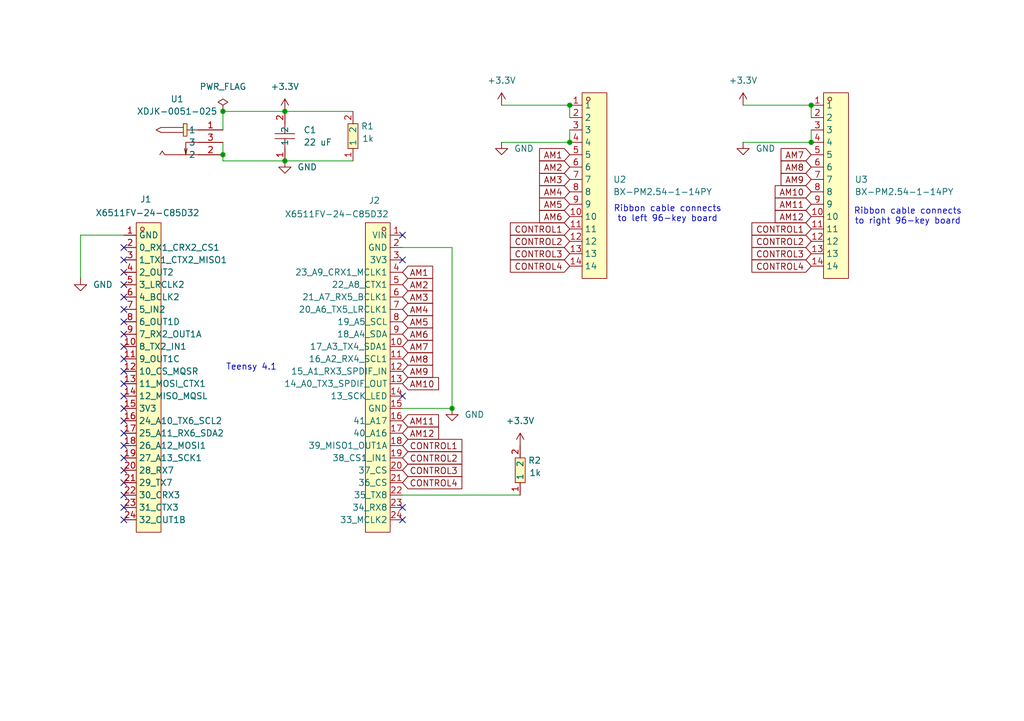
<source format=kicad_sch>
(kicad_sch (version 20250114) (generator "eeschema") (generator_version "9.0")
  (paper "A5")
  (title_block (title "https://github.com/DumpsterDoofus/keyboard_accordion") (rev "0.2.0"))
  (lib_symbols
    (symbol "X6511FV-24-C85D32_1"
      (property "Reference" "J1" (at -1.778 36.576 0))
      (property "Value" "X6511FV-24-C85D32" (at -10.922 33.782 0))
      (symbol "X6511FV-24-C85D32_1_0_1"
        (rectangle (start -2.54 31.75) (end 2.54 -31.75) (fill (type background)))
        (circle (center -1.27 30.48) (radius 0.38))
      )
      (symbol "X6511FV-24-C85D32_1_1_1"
        (pin power_in line (at -5.08 29.21 0) (length 2.54) (name "GND") (number "1"))
        (pin bidirectional line (at -5.08 26.67 0) (length 2.54) (name "0_RX1_CRX2_CS1") (number "2"))
        (pin bidirectional line (at -5.08 24.13 0) (length 2.54) (name "1_TX1_CTX2_MISO1") (number "3"))
        (pin bidirectional line (at -5.08 21.59 0) (length 2.54) (name "2_OUT2") (number "4"))
        (pin bidirectional line (at -5.08 19.05 0) (length 2.54) (name "3_LRCLK2") (number "5"))
        (pin bidirectional line (at -5.08 16.51 0) (length 2.54) (name "4_BCLK2") (number "6"))
        (pin bidirectional line (at -5.08 13.97 0) (length 2.54) (name "5_IN2") (number "7"))
        (pin bidirectional line (at -5.08 11.43 0) (length 2.54) (name "6_OUT1D") (number "8"))
        (pin bidirectional line (at -5.08 8.89 0) (length 2.54) (name "7_RX2_OUT1A") (number "9"))
        (pin bidirectional line (at -5.08 6.35 0) (length 2.54) (name "8_TX2_IN1") (number "10"))
        (pin bidirectional line (at -5.08 3.81 0) (length 2.54) (name "9_OUT1C") (number "11"))
        (pin bidirectional line (at -5.08 1.27 0) (length 2.54) (name "10_CS_MQSR") (number "12"))
        (pin bidirectional line (at -5.08 -1.27 0) (length 2.54) (name "11_MOSI_CTX1") (number "13"))
        (pin bidirectional line (at -5.08 -3.81 0) (length 2.54) (name "12_MISO_MQSL") (number "14"))
        (pin power_in line (at -5.08 -6.35 0) (length 2.54) (name "3V3") (number "15"))
        (pin bidirectional line (at -5.08 -8.89 0) (length 2.54) (name "24_A10_TX6_SCL2") (number "16"))
        (pin bidirectional line (at -5.08 -11.43 0) (length 2.54) (name "25_A11_RX6_SDA2") (number "17"))
        (pin bidirectional line (at -5.08 -13.97 0) (length 2.54) (name "26_A12_MOSI1") (number "18"))
        (pin bidirectional line (at -5.08 -16.51 0) (length 2.54) (name "27_A13_SCK1") (number "19"))
        (pin bidirectional line (at -5.08 -19.05 0) (length 2.54) (name "28_RX7") (number "20"))
        (pin bidirectional line (at -5.08 -21.59 0) (length 2.54) (name "29_TX7") (number "21"))
        (pin bidirectional line (at -5.08 -24.13 0) (length 2.54) (name "30_CRX3") (number "22"))
        (pin bidirectional line (at -5.08 -26.67 0) (length 2.54) (name "31_CTX3") (number "23"))
        (pin bidirectional line (at -5.08 -29.21 0) (length 2.54) (name "32_OUT1B") (number "24"))
      )
    )
    (symbol "X6511FV-24-C85D32_2"
      (property "Reference" "J2" (at -0.508 36.322 0))
      (property "Value" "X6511FV-24-C85D32" (at -2.286 33.528 0))
      (symbol "X6511FV-24-C85D32_2_0_1"
        (rectangle (start -2.54 31.75) (end 2.54 -31.75) (fill (type background)))
        (circle (center -1.27 30.48) (radius 0.38))
      )
      (symbol "X6511FV-24-C85D32_2_1_1"
        (pin power_in line (at -5.08 29.21 0) (length 2.54) (name "VIN") (number "1"))
        (pin output line (at -5.08 26.67 0) (length 2.54) (name "GND") (number "2"))
        (pin output line (at -5.08 24.13 0) (length 2.54) (name "3V3") (number "3"))
        (pin bidirectional line (at -5.08 21.59 0) (length 2.54) (name "23_A9_CRX1_MCLK1") (number "4"))
        (pin bidirectional line (at -5.08 19.05 0) (length 2.54) (name "22_A8_CTX1") (number "5"))
        (pin bidirectional line (at -5.08 16.51 0) (length 2.54) (name "21_A7_RX5_BCLK1") (number "6"))
        (pin bidirectional line (at -5.08 13.97 0) (length 2.54) (name "20_A6_TX5_LRCLK1") (number "7"))
        (pin bidirectional line (at -5.08 11.43 0) (length 2.54) (name "19_A5_SCL") (number "8"))
        (pin bidirectional line (at -5.08 8.89 0) (length 2.54) (name "18_A4_SDA") (number "9"))
        (pin bidirectional line (at -5.08 6.35 0) (length 2.54) (name "17_A3_TX4_SDA1") (number "10"))
        (pin bidirectional line (at -5.08 3.81 0) (length 2.54) (name "16_A2_RX4_SCL1") (number "11"))
        (pin bidirectional line (at -5.08 1.27 0) (length 2.54) (name "15_A1_RX3_SPDIF_IN") (number "12"))
        (pin bidirectional line (at -5.08 -1.27 0) (length 2.54) (name "14_A0_TX3_SPDIF_OUT") (number "13"))
        (pin bidirectional line (at -5.08 -3.81 0) (length 2.54) (name "13_SCK_LED") (number "14"))
        (pin power_in line (at -5.08 -6.35 0) (length 2.54) (name "GND") (number "15"))
        (pin bidirectional line (at -5.08 -8.89 0) (length 2.54) (name "41_A17") (number "16"))
        (pin bidirectional line (at -5.08 -11.43 0) (length 2.54) (name "40_A16") (number "17"))
        (pin bidirectional line (at -5.08 -13.97 0) (length 2.54) (name "39_MISO1_OUT1A") (number "18"))
        (pin bidirectional line (at -5.08 -16.51 0) (length 2.54) (name "38_CS1_IN1") (number "19"))
        (pin bidirectional line (at -5.08 -19.05 0) (length 2.54) (name "37_CS") (number "20"))
        (pin bidirectional line (at -5.08 -21.59 0) (length 2.54) (name "36_CS") (number "21"))
        (pin bidirectional line (at -5.08 -24.13 0) (length 2.54) (name "35_TX8") (number "22"))
        (pin bidirectional line (at -5.08 -26.67 0) (length 2.54) (name "34_RX8") (number "23"))
        (pin bidirectional line (at -5.08 -29.21 0) (length 2.54) (name "33_MCLK2") (number "24"))
      )
    )
    (symbol "jlcpcb:1206W4F1001T5E"
      (property "Reference" "R" (at 0 5.08 0))
      (property "Value" "1206W4F1001T5E" (at 0 -5.08 0))
      (symbol "1206W4F1001T5E_0_1"
        (rectangle (start -2.54 1.02) (end 2.54 -1.02) (fill (type background)))
        (pin input line (at -5.08 0 0) (length 2.54) (name "1") (number "1"))
        (pin input line (at 5.08 0 180) (length 2.54) (name "2") (number "2"))
      )
    )
    (symbol "jlcpcb:BX-PM2.54-1-14PY"
      (property "Reference" "U" (at 0 21.59 0))
      (property "Value" "BX-PM2.54-1-14PY" (at 0 -21.59 0))
      (symbol "BX-PM2.54-1-14PY_0_1"
        (rectangle (start -2.54 19.05) (end 2.54 -19.05) (fill (type background)))
        (circle (center -1.27 17.78) (radius 0.38))
        (pin unspecified line (at -5.08 16.51 0) (length 2.54) (name "1") (number "1"))
        (pin unspecified line (at -5.08 13.97 0) (length 2.54) (name "2") (number "2"))
        (pin unspecified line (at -5.08 11.43 0) (length 2.54) (name "3") (number "3"))
        (pin unspecified line (at -5.08 8.89 0) (length 2.54) (name "4") (number "4"))
        (pin unspecified line (at -5.08 6.35 0) (length 2.54) (name "5") (number "5"))
        (pin unspecified line (at -5.08 3.81 0) (length 2.54) (name "6") (number "6"))
        (pin unspecified line (at -5.08 1.27 0) (length 2.54) (name "7") (number "7"))
        (pin unspecified line (at -5.08 -1.27 0) (length 2.54) (name "8") (number "8"))
        (pin unspecified line (at -5.08 -3.81 0) (length 2.54) (name "9") (number "9"))
        (pin unspecified line (at -5.08 -6.35 0) (length 2.54) (name "10") (number "10"))
        (pin unspecified line (at -5.08 -8.89 0) (length 2.54) (name "11") (number "11"))
        (pin unspecified line (at -5.08 -11.43 0) (length 2.54) (name "12") (number "12"))
        (pin unspecified line (at -5.08 -13.97 0) (length 2.54) (name "13") (number "13"))
        (pin unspecified line (at -5.08 -16.51 0) (length 2.54) (name "14") (number "14"))
      )
    )
    (symbol "jlcpcb:CL31A226KOHNNNE"
      (property "Reference" "C" (at 0 5.08 0))
      (property "Value" "CL31A226KOHNNNE" (at 0 -5.08 0))
      (symbol "CL31A226KOHNNNE_0_1"
        (polyline (pts (xy -0.51 0) (xy -2.54 0)))
        (polyline (pts (xy -0.51 -2.03) (xy -0.51 2.03)))
        (polyline (pts (xy 0.51 2.03) (xy 0.51 -2.03)))
        (polyline (pts (xy 2.54 0) (xy 0.51 0)))
        (pin unspecified line (at -5.08 0 0) (length 2.54) (name "1") (number "1"))
        (pin unspecified line (at 5.08 0 180) (length 2.54) (name "2") (number "2"))
      )
    )
    (symbol "jlcpcb:XDJK-0051-025"
      (property "Reference" "U" (at 0 7.62 0))
      (property "Value" "XDJK-0051-025" (at 0 -7.62 0))
      (symbol "XDJK-0051-025_0_1"
        (rectangle (start -0.51 3.81) (end 0.25 1.27) (fill (type background)))
        (polyline (pts (xy -0.51 3.05) (xy -5.08 3.05) (xy -6.1 2.54) (xy -5.08 2.03) (xy -0.51 2.03)))
        (polyline (pts (xy 0 -2.54) (xy 0.25 -1.27)))
        (polyline (pts (xy 2.54 2.54) (xy 0.25 2.54)))
        (polyline (pts (xy 2.54 0) (xy 0 0) (xy 0 -2.54) (xy -0.25 -1.27)))
        (polyline (pts (xy 2.54 -2.54) (xy -4.32 -2.54) (xy -4.83 -1.78) (xy -5.33 -2.54)))
        (pin unspecified line (at 7.62 2.54 180) (length 5.08) (name "1") (number "1"))
        (pin unspecified line (at 7.62 0 180) (length 5.08) (name "3") (number "3"))
        (pin unspecified line (at 7.62 -2.54 180) (length 5.08) (name "2") (number "2"))
      )
    )
    (symbol "power:+3.3V" (power) (pin_numbers (hide yes)) (pin_names (offset 0) (hide yes))
      (property "Value" "+3.3V" (at 0 3.556 0))
      (symbol "+3.3V_0_1"
        (polyline (pts (xy -0.762 1.27) (xy 0 2.54)))
        (polyline (pts (xy 0 2.54) (xy 0.762 1.27)))
        (polyline (pts (xy 0 0) (xy 0 2.54)))
      )
      (symbol "+3.3V_1_1"
        (pin power_in line (at 0 0 90) (length 0) (name "~") (number "1"))
      )
    )
    (symbol "power:GND" (power) (pin_numbers (hide yes)) (pin_names (offset 0) (hide yes))
      (property "Value" "GND" (at 0 -3.81 0))
      (symbol "GND_0_1"
        (polyline (pts (xy 0 0) (xy 0 -1.27) (xy 1.27 -1.27) (xy 0 -2.54) (xy -1.27 -1.27) (xy 0 -1.27)))
      )
      (symbol "GND_1_1"
        (pin power_in line (at 0 0 270) (length 0) (name "~") (number "1"))
      )
    )
    (symbol "power:PWR_FLAG" (power) (pin_numbers (hide yes)) (pin_names (offset 0) (hide yes))
      (property "Value" "PWR_FLAG" (at 0 3.81 0))
      (symbol "PWR_FLAG_0_0"
        (pin power_out line (at 0 0 90) (length 0) (name "~") (number "1"))
      )
      (symbol "PWR_FLAG_0_1"
        (polyline (pts (xy 0 0) (xy 0 1.27) (xy -1.016 1.905) (xy 0 2.54) (xy 1.016 1.905) (xy 0 1.27)))
      )
    )
  )
  (text "Teensy 4.1" (at 51.562 75.438 0) (effects (font (size 1.27 1.27))))
  (text "Ribbon cable connects\nto left 96-key board" (at 136.906 43.942 0) (effects (font (size 1.27 1.27))))
  (text "Ribbon cable connects\nto right 96-key board" (at 186.182 44.45 0) (effects (font (size 1.27 1.27))))
  (junction (at 58.42 22.86))
  (junction (at 92.71 83.82))
  (junction (at 166.37 29.21))
  (junction (at 45.72 31.75))
  (junction (at 58.42 33.02))
  (junction (at 166.37 21.59))
  (junction (at 45.72 22.86))
  (junction (at 116.84 29.21))
  (junction (at 116.84 21.59))
  (no_connect (at 25.4 81.28))
  (no_connect (at 82.55 81.28))
  (no_connect (at 25.4 96.52))
  (no_connect (at 82.55 53.34))
  (no_connect (at 25.4 66.04))
  (no_connect (at 25.4 106.68))
  (no_connect (at 25.4 104.14))
  (no_connect (at 25.4 50.8))
  (no_connect (at 25.4 99.06))
  (no_connect (at 25.4 78.74))
  (no_connect (at 25.4 86.36))
  (no_connect (at 25.4 91.44))
  (no_connect (at 25.4 55.88))
  (no_connect (at 82.55 106.68))
  (no_connect (at 25.4 73.66))
  (no_connect (at 25.4 60.96))
  (no_connect (at 25.4 88.9))
  (no_connect (at 82.55 104.14))
  (no_connect (at 25.4 76.2))
  (no_connect (at 25.4 63.5))
  (no_connect (at 25.4 53.34))
  (no_connect (at 82.55 48.26))
  (no_connect (at 25.4 58.42))
  (no_connect (at 25.4 71.12))
  (no_connect (at 25.4 101.6))
  (no_connect (at 25.4 68.58))
  (no_connect (at 25.4 83.82))
  (no_connect (at 25.4 93.98))
  (wire (pts (xy 45.72 22.86) (xy 45.72 26.67)))
  (wire (pts (xy 58.42 33.02) (xy 72.39 33.02)))
  (wire (pts (xy 45.72 31.75) (xy 45.72 33.02)))
  (wire (pts (xy 58.42 22.86) (xy 72.39 22.86)))
  (wire (pts (xy 92.71 50.8) (xy 92.71 83.82)))
  (wire (pts (xy 82.55 83.82) (xy 92.71 83.82)))
  (wire (pts (xy 82.55 101.6) (xy 106.68 101.6)))
  (wire (pts (xy 102.87 29.21) (xy 116.84 29.21)))
  (wire (pts (xy 45.72 33.02) (xy 58.42 33.02)))
  (wire (pts (xy 116.84 21.59) (xy 116.84 24.13)))
  (wire (pts (xy 102.87 21.59) (xy 116.84 21.59)))
  (wire (pts (xy 45.72 22.86) (xy 58.42 22.86)))
  (wire (pts (xy 152.4 21.59) (xy 166.37 21.59)))
  (wire (pts (xy 116.84 26.67) (xy 116.84 29.21)))
  (wire (pts (xy 152.4 29.21) (xy 166.37 29.21)))
  (wire (pts (xy 166.37 26.67) (xy 166.37 29.21)))
  (wire (pts (xy 45.72 29.21) (xy 45.72 31.75)))
  (wire (pts (xy 16.51 48.26) (xy 16.51 57.15)))
  (wire (pts (xy 82.55 50.8) (xy 92.71 50.8)))
  (wire (pts (xy 25.4 48.26) (xy 16.51 48.26)))
  (wire (pts (xy 166.37 21.59) (xy 166.37 24.13)))
  (global_label "AM1" (shape input) (at 82.55 55.88 0) (property "Intersheetrefs" "${INTERSHEET_REFS}" (effects (hide yes))))
  (global_label "AM12" (shape input) (at 166.37 44.45 180) (property "Intersheetrefs" "${INTERSHEET_REFS}" (effects (hide yes))))
  (global_label "AM12" (shape input) (at 82.55 88.9 0) (property "Intersheetrefs" "${INTERSHEET_REFS}" (effects (hide yes))))
  (global_label "AM10" (shape input) (at 82.55 78.74 0) (property "Intersheetrefs" "${INTERSHEET_REFS}" (effects (hide yes))))
  (global_label "CONTROL1" (shape input) (at 166.37 46.99 180) (property "Intersheetrefs" "${INTERSHEET_REFS}" (effects (hide yes))))
  (global_label "AM5" (shape input) (at 82.55 66.04 0) (property "Intersheetrefs" "${INTERSHEET_REFS}" (effects (hide yes))))
  (global_label "CONTROL1" (shape input) (at 82.55 91.44 0) (property "Intersheetrefs" "${INTERSHEET_REFS}" (effects (hide yes))))
  (global_label "AM7" (shape input) (at 166.37 31.75 180) (property "Intersheetrefs" "${INTERSHEET_REFS}" (effects (hide yes))))
  (global_label "AM5" (shape input) (at 116.84 41.91 180) (property "Intersheetrefs" "${INTERSHEET_REFS}" (effects (hide yes))))
  (global_label "AM2" (shape input) (at 82.55 58.42 0) (property "Intersheetrefs" "${INTERSHEET_REFS}" (effects (hide yes))))
  (global_label "CONTROL4" (shape input) (at 116.84 54.61 180) (property "Intersheetrefs" "${INTERSHEET_REFS}" (effects (hide yes))))
  (global_label "AM11" (shape input) (at 166.37 41.91 180) (property "Intersheetrefs" "${INTERSHEET_REFS}" (effects (hide yes))))
  (global_label "AM7" (shape input) (at 82.55 71.12 0) (property "Intersheetrefs" "${INTERSHEET_REFS}" (effects (hide yes))))
  (global_label "AM9" (shape input) (at 82.55 76.2 0) (property "Intersheetrefs" "${INTERSHEET_REFS}" (effects (hide yes))))
  (global_label "CONTROL4" (shape input) (at 82.55 99.06 0) (property "Intersheetrefs" "${INTERSHEET_REFS}" (effects (hide yes))))
  (global_label "AM3" (shape input) (at 116.84 36.83 180) (property "Intersheetrefs" "${INTERSHEET_REFS}" (effects (hide yes))))
  (global_label "AM4" (shape input) (at 82.55 63.5 0) (property "Intersheetrefs" "${INTERSHEET_REFS}" (effects (hide yes))))
  (global_label "CONTROL2" (shape input) (at 116.84 49.53 180) (property "Intersheetrefs" "${INTERSHEET_REFS}" (effects (hide yes))))
  (global_label "CONTROL1" (shape input) (at 116.84 46.99 180) (property "Intersheetrefs" "${INTERSHEET_REFS}" (effects (hide yes))))
  (global_label "CONTROL3" (shape input) (at 116.84 52.07 180) (property "Intersheetrefs" "${INTERSHEET_REFS}" (effects (hide yes))))
  (global_label "AM3" (shape input) (at 82.55 60.96 0) (property "Intersheetrefs" "${INTERSHEET_REFS}" (effects (hide yes))))
  (global_label "AM9" (shape input) (at 166.37 36.83 180) (property "Intersheetrefs" "${INTERSHEET_REFS}" (effects (hide yes))))
  (global_label "CONTROL4" (shape input) (at 166.37 54.61 180) (property "Intersheetrefs" "${INTERSHEET_REFS}" (effects (hide yes))))
  (global_label "CONTROL2" (shape input) (at 166.37 49.53 180) (property "Intersheetrefs" "${INTERSHEET_REFS}" (effects (hide yes))))
  (global_label "AM6" (shape input) (at 82.55 68.58 0) (property "Intersheetrefs" "${INTERSHEET_REFS}" (effects (hide yes))))
  (global_label "CONTROL3" (shape input) (at 166.37 52.07 180) (property "Intersheetrefs" "${INTERSHEET_REFS}" (effects (hide yes))))
  (global_label "AM8" (shape input) (at 82.55 73.66 0) (property "Intersheetrefs" "${INTERSHEET_REFS}" (effects (hide yes))))
  (global_label "AM11" (shape input) (at 82.55 86.36 0) (property "Intersheetrefs" "${INTERSHEET_REFS}" (effects (hide yes))))
  (global_label "CONTROL2" (shape input) (at 82.55 93.98 0) (property "Intersheetrefs" "${INTERSHEET_REFS}" (effects (hide yes))))
  (global_label "AM4" (shape input) (at 116.84 39.37 180) (property "Intersheetrefs" "${INTERSHEET_REFS}" (effects (hide yes))))
  (global_label "AM10" (shape input) (at 166.37 39.37 180) (property "Intersheetrefs" "${INTERSHEET_REFS}" (effects (hide yes))))
  (global_label "AM6" (shape input) (at 116.84 44.45 180) (property "Intersheetrefs" "${INTERSHEET_REFS}" (effects (hide yes))))
  (global_label "AM2" (shape input) (at 116.84 34.29 180) (property "Intersheetrefs" "${INTERSHEET_REFS}" (effects (hide yes))))
  (global_label "CONTROL3" (shape input) (at 82.55 96.52 0) (property "Intersheetrefs" "${INTERSHEET_REFS}" (effects (hide yes))))
  (global_label "AM1" (shape input) (at 116.84 31.75 180) (property "Intersheetrefs" "${INTERSHEET_REFS}" (effects (hide yes))))
  (global_label "AM8" (shape input) (at 166.37 34.29 180) (property "Intersheetrefs" "${INTERSHEET_REFS}" (effects (hide yes))))
  (symbol (lib_name "X6511FV-24-C85D32_2") (lib_id "jlcpcb:X6511FV-24-C85D32") (at 77.47 77.47 0) (mirror y) (unit 1)
    (property "Reference" "J2" (at 77.978 41.148 0) (effects (justify left)))
    (property "Value" "X6511FV-24-C85D32" (at 79.756 43.942 0) (effects (justify left)))
    (property "Footprint" "jlcpcb:HDR-TH_24P-P2.54-V-F" (effects (hide yes)))
    (property "LCSC Part" "C2883741" (effects (hide yes)))
  )
  (symbol (lib_id "power:+3.3V") (at 106.68 91.44 0) (unit 1)
    (property "Reference" "#PWR05" (effects (hide yes)))
    (property "Value" "+3.3V" (at 106.68 86.36 0))
    (property "Description" "Power symbol creates a global label with name \"+3.3V\"" (effects (hide yes)))
  )
  (symbol (lib_id "jlcpcb:BX-PM2.54-1-14PY") (at 121.92 38.1 0) (unit 1)
    (property "Reference" "U2" (at 125.73 36.8299 0) (effects (justify left)))
    (property "Value" "BX-PM2.54-1-14PY" (at 125.73 39.3699 0) (effects (justify left)))
    (property "Footprint" "jlcpcb:HDR-TH_14P-P2.54-V-F" (effects (hide yes)))
    (property "LCSC Part" "C18078135" (effects (hide yes)))
  )
  (symbol (lib_id "power:GND") (at 152.4 29.21 0) (unit 1)
    (property "Reference" "#PWR09" (effects (hide yes)))
    (property "Value" "GND" (at 154.94 30.4799 0) (effects (justify left)))
    (property "Description" "Power symbol creates a global label with name \"GND\" , ground" (effects (hide yes)))
  )
  (symbol (lib_id "power:GND") (at 92.71 83.82 0) (unit 1)
    (property "Reference" "#PWR04" (effects (hide yes)))
    (property "Value" "GND" (at 95.25 85.0899 0) (effects (justify left)))
    (property "Description" "Power symbol creates a global label with name \"GND\" , ground" (effects (hide yes)))
  )
  (symbol (lib_id "power:GND") (at 102.87 29.21 0) (unit 1)
    (property "Reference" "#PWR06" (effects (hide yes)))
    (property "Value" "GND" (at 105.41 30.4799 0) (effects (justify left)))
    (property "Description" "Power symbol creates a global label with name \"GND\" , ground" (effects (hide yes)))
  )
  (symbol (lib_name "X6511FV-24-C85D32_1") (lib_id "jlcpcb:X6511FV-24-C85D32") (at 30.48 77.47 0) (unit 1)
    (property "Reference" "J1" (at 28.702 40.894 0) (effects (justify left)))
    (property "Value" "X6511FV-24-C85D32" (at 19.558 43.688 0) (effects (justify left)))
    (property "Footprint" "jlcpcb:HDR-TH_24P-P2.54-V-F" (effects (hide yes)))
    (property "LCSC Part" "C2883741" (effects (hide yes)))
  )
  (symbol (lib_id "power:GND") (at 16.51 57.15 0) (unit 1)
    (property "Reference" "#PWR01" (effects (hide yes)))
    (property "Value" "GND" (at 19.05 58.4199 0) (effects (justify left)))
    (property "Description" "Power symbol creates a global label with name \"GND\" , ground" (effects (hide yes)))
  )
  (symbol (lib_id "jlcpcb:1206W4F1001T5E") (at 106.68 96.52 90) (unit 1)
    (property "Reference" "R2" (at 110.998 94.488 90) (effects (justify left)))
    (property "Value" "1k" (at 110.998 97.028 90) (effects (justify left)))
    (property "Footprint" "jlcpcb:R1206" (effects (hide yes)))
    (property "Datasheet" "https://lcsc.com/product-detail/Chip-Resistor-Surface-Mount-UniOhm_1KR-1001-1_C4410.html" (effects (hide yes)))
    (property "LCSC Part" "C4410" (effects (hide yes)))
  )
  (symbol (lib_id "jlcpcb:CL31A226KOHNNNE") (at 58.42 27.94 90) (unit 1)
    (property "Reference" "C1" (at 62.23 26.6699 90) (effects (justify right)))
    (property "Value" "22 uF" (at 62.23 29.2099 90) (effects (justify right)))
    (property "Footprint" "jlcpcb:C1206" (effects (hide yes)))
    (property "Datasheet" "https://lcsc.com/product-detail/Multilayer-Ceramic-Capacitors-MLCC-SMD-SMT_SAMSUNG_CL31A226KOHNNNE_22uF-226-10-16V_C90146.html" (effects (hide yes)))
    (property "LCSC Part" "C90146" (effects (hide yes)))
  )
  (symbol (lib_id "power:+3.3V") (at 152.4 21.59 0) (unit 1)
    (property "Reference" "#PWR08" (effects (hide yes)))
    (property "Value" "+3.3V" (at 152.4 16.51 0))
    (property "Description" "Power symbol creates a global label with name \"+3.3V\"" (effects (hide yes)))
  )
  (symbol (lib_id "power:+3.3V") (at 102.87 21.59 0) (unit 1)
    (property "Reference" "#PWR07" (effects (hide yes)))
    (property "Value" "+3.3V" (at 102.87 16.51 0))
    (property "Description" "Power symbol creates a global label with name \"+3.3V\"" (effects (hide yes)))
  )
  (symbol (lib_id "power:+3.3V") (at 58.42 22.86 0) (unit 1)
    (property "Reference" "#PWR02" (effects (hide yes)))
    (property "Value" "+3.3V" (at 58.42 17.78 0))
    (property "Description" "Power symbol creates a global label with name \"+3.3V\"" (effects (hide yes)))
  )
  (symbol (lib_id "jlcpcb:1206W4F1001T5E") (at 72.39 27.94 90) (unit 1)
    (property "Reference" "R1" (at 76.708 25.908 90) (effects (justify left)))
    (property "Value" "1k" (at 76.708 28.448 90) (effects (justify left)))
    (property "Footprint" "jlcpcb:R1206" (effects (hide yes)))
    (property "Datasheet" "https://lcsc.com/product-detail/Chip-Resistor-Surface-Mount-UniOhm_1KR-1001-1_C4410.html" (effects (hide yes)))
    (property "LCSC Part" "C4410" (effects (hide yes)))
  )
  (symbol (lib_id "power:PWR_FLAG") (at 45.72 22.86 0) (unit 1)
    (property "Reference" "#FLG01" (effects (hide yes)))
    (property "Value" "PWR_FLAG" (at 45.72 17.78 0))
    (property "Description" "Special symbol for telling ERC where power comes from" (effects (hide yes)))
  )
  (symbol (lib_id "power:GND") (at 58.42 33.02 0) (unit 1)
    (property "Reference" "#PWR03" (effects (hide yes)))
    (property "Value" "GND" (at 60.96 34.2899 0) (effects (justify left)))
    (property "Description" "Power symbol creates a global label with name \"GND\" , ground" (effects (hide yes)))
  )
  (symbol (lib_id "jlcpcb:XDJK-0051-025") (at 38.1 29.21 0) (unit 1)
    (property "Reference" "U1" (at 36.32 20.32 0))
    (property "Value" "XDJK-0051-025" (at 36.32 22.86 0))
    (property "Footprint" "jlcpcb:DC-IN-TH_XDJK-0051-025" (effects (hide yes)))
    (property "LCSC Part" "C7498153" (effects (hide yes)))
  )
  (symbol (lib_id "jlcpcb:BX-PM2.54-1-14PY") (at 171.45 38.1 0) (unit 1)
    (property "Reference" "U3" (at 175.26 36.8299 0) (effects (justify left)))
    (property "Value" "BX-PM2.54-1-14PY" (at 175.26 39.3699 0) (effects (justify left)))
    (property "Footprint" "jlcpcb:HDR-TH_14P-P2.54-V-F" (effects (hide yes)))
    (property "LCSC Part" "C18078135" (effects (hide yes)))
  )
)
</source>
